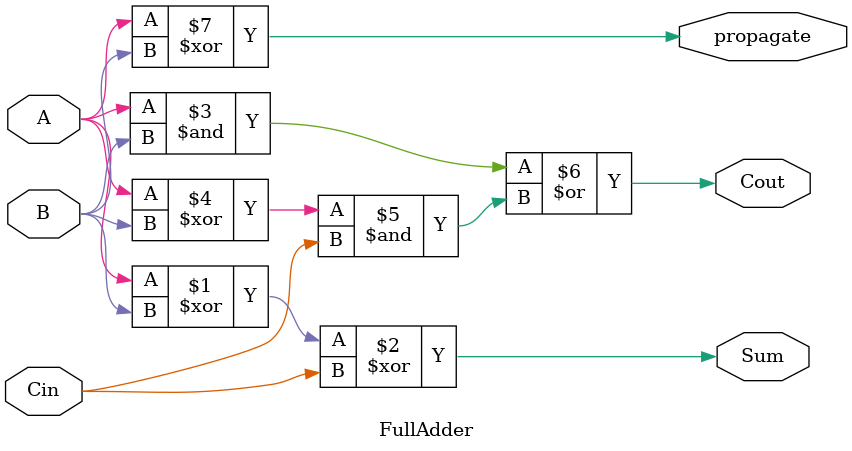
<source format=v>
module FullAdder(
  input A,  // First input bit
  input B,  // Second input bit
  input Cin,  // Carry-in
  output Sum,  // Sum output
  output Cout,  // Carry-out
  output propagate
);

  // Generate the sum bit
  assign Sum = A ^ B ^ Cin;

  // Generate the carry-out
  assign Cout = (A & B) | ((A ^ B) & Cin);

  // Generate the propagate bit
  assign propagate = A ^ B;
endmodule


</source>
